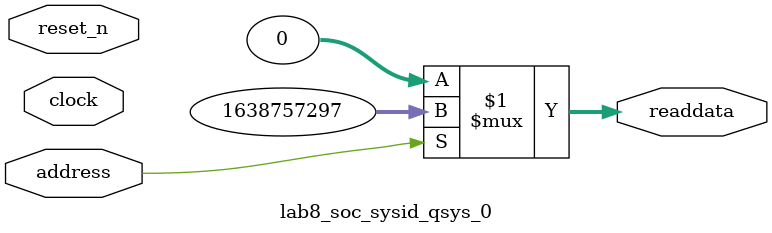
<source format=v>



// synthesis translate_off
`timescale 1ns / 1ps
// synthesis translate_on

// turn off superfluous verilog processor warnings 
// altera message_level Level1 
// altera message_off 10034 10035 10036 10037 10230 10240 10030 

module lab8_soc_sysid_qsys_0 (
               // inputs:
                address,
                clock,
                reset_n,

               // outputs:
                readdata
             )
;

  output  [ 31: 0] readdata;
  input            address;
  input            clock;
  input            reset_n;

  wire    [ 31: 0] readdata;
  //control_slave, which is an e_avalon_slave
  assign readdata = address ? 1638757297 : 0;

endmodule



</source>
